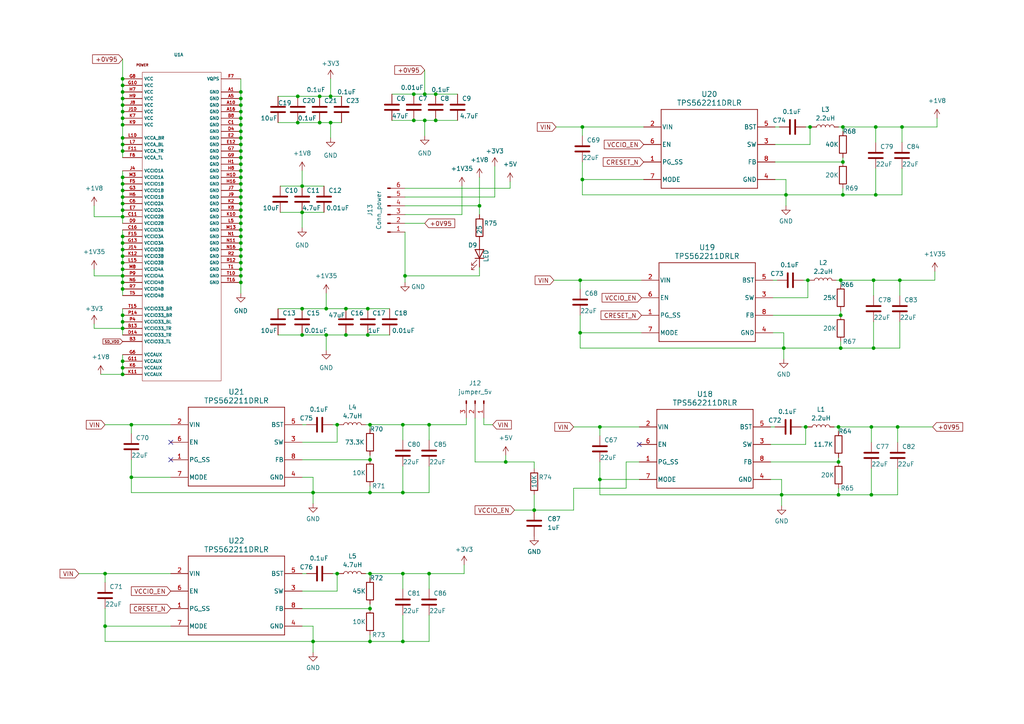
<source format=kicad_sch>
(kicad_sch (version 20231120) (generator "eeschema") (generator_version "8.0")
  (paper "A4")
  (junction (at 69.85 40.005))
  (junction (at 69.85 78.105))
  (junction (at 35.56 32.385))
  (junction (at 30.48 181.61))
  (junction (at 154.94 147.955))
  (junction (at 35.56 26.67))
  (junction (at 69.85 55.245))
  (junction (at 35.56 55.245))
  (junction (at 69.85 64.77))
  (junction (at 234.315 81.28))
  (junction (at 69.85 70.485))
  (junction (at 38.1 138.43))
  (junction (at 94.615 97.155))
  (junction (at 168.275 96.52))
  (junction (at 95.885 27.94))
  (junction (at 38.1 123.19))
  (junction (at 69.85 51.435))
  (junction (at 69.85 30.48))
  (junction (at 95.885 35.56))
  (junction (at 35.56 76.2))
  (junction (at 35.56 53.34))
  (junction (at 35.56 24.765))
  (junction (at 227.33 100.965))
  (junction (at 243.205 133.985))
  (junction (at 116.84 142.875))
  (junction (at 35.56 93.345))
  (junction (at 123.19 34.925))
  (junction (at 35.56 68.58))
  (junction (at 243.205 143.51))
  (junction (at 69.85 38.1))
  (junction (at 227.965 56.515))
  (junction (at 234.95 36.83))
  (junction (at 243.84 81.28))
  (junction (at 35.56 83.82))
  (junction (at 35.56 43.815))
  (junction (at 117.475 80.01))
  (junction (at 69.85 34.29))
  (junction (at 35.56 36.195))
  (junction (at 69.85 41.91))
  (junction (at 35.56 57.15))
  (junction (at 243.84 91.44))
  (junction (at 100.33 89.535))
  (junction (at 260.35 123.825))
  (junction (at 87.63 89.535))
  (junction (at 107.315 166.37))
  (junction (at 254 56.515))
  (junction (at 107.315 123.19))
  (junction (at 116.84 166.37))
  (junction (at 146.685 133.985))
  (junction (at 244.475 46.99))
  (junction (at 69.85 62.865))
  (junction (at 69.85 66.675))
  (junction (at 97.79 166.37))
  (junction (at 100.33 97.155))
  (junction (at 35.56 108.585))
  (junction (at 35.56 78.105))
  (junction (at 86.36 35.56))
  (junction (at 69.85 68.58))
  (junction (at 35.56 30.48))
  (junction (at 173.99 139.065))
  (junction (at 35.56 59.055))
  (junction (at 69.85 32.385))
  (junction (at 35.56 70.485))
  (junction (at 226.695 143.51))
  (junction (at 69.85 49.53))
  (junction (at 69.85 76.2))
  (junction (at 243.84 100.965))
  (junction (at 69.85 53.34))
  (junction (at 139.065 59.69))
  (junction (at 35.56 72.39))
  (junction (at 253.365 81.28))
  (junction (at 106.68 97.155))
  (junction (at 120.015 34.925))
  (junction (at 168.91 52.07))
  (junction (at 97.79 123.19))
  (junction (at 168.275 81.28))
  (junction (at 35.56 80.01))
  (junction (at 116.84 123.19))
  (junction (at 35.56 51.435))
  (junction (at 69.85 45.72))
  (junction (at 69.85 26.67))
  (junction (at 107.315 133.35))
  (junction (at 69.85 60.96))
  (junction (at 261.62 36.83))
  (junction (at 35.56 60.96))
  (junction (at 86.36 27.94))
  (junction (at 92.71 27.94))
  (junction (at 69.85 80.01))
  (junction (at 168.91 36.83))
  (junction (at 107.315 186.055))
  (junction (at 69.85 59.055))
  (junction (at 244.475 56.515))
  (junction (at 107.315 142.875))
  (junction (at 69.85 81.915))
  (junction (at 87.63 53.975))
  (junction (at 107.315 176.53))
  (junction (at 35.56 62.865))
  (junction (at 252.73 123.825))
  (junction (at 233.68 123.825))
  (junction (at 243.205 123.825))
  (junction (at 35.56 74.295))
  (junction (at 173.99 123.825))
  (junction (at 35.56 41.91))
  (junction (at 90.805 186.055))
  (junction (at 35.56 40.005))
  (junction (at 92.71 35.56))
  (junction (at 94.615 89.535))
  (junction (at 244.475 36.83))
  (junction (at 123.19 27.305))
  (junction (at 87.63 97.155))
  (junction (at 87.63 61.595))
  (junction (at 69.85 72.39))
  (junction (at 69.85 47.625))
  (junction (at 126.365 34.925))
  (junction (at 124.46 166.37))
  (junction (at 116.84 186.055))
  (junction (at 69.85 74.295))
  (junction (at 120.015 27.305))
  (junction (at 35.56 34.29))
  (junction (at 35.56 95.25))
  (junction (at 254 36.83))
  (junction (at 35.56 81.915))
  (junction (at 90.805 142.875))
  (junction (at 69.85 28.575))
  (junction (at 35.56 22.86))
  (junction (at 260.985 81.28))
  (junction (at 35.56 106.68))
  (junction (at 106.68 89.535))
  (junction (at 69.85 36.195))
  (junction (at 69.85 57.15))
  (junction (at 35.56 91.44))
  (junction (at 126.365 27.305))
  (junction (at 30.48 166.37))
  (junction (at 35.56 104.775))
  (junction (at 252.73 143.51))
  (junction (at 124.46 123.19))
  (junction (at 253.365 100.965))
  (junction (at 35.56 28.575))
  (junction (at 69.85 43.815))
  (no_connect (at 185.42 128.905))
  (no_connect (at 49.53 133.35))
  (no_connect (at 49.53 128.27))
  (wire (pts (xy 106.68 97.155) (xy 113.03 97.155)))
  (wire (pts (xy 30.48 166.37) (xy 49.53 166.37)))
  (wire (pts (xy 35.56 62.865) (xy 35.56 64.77)))
  (wire (pts (xy 223.52 123.825) (xy 224.79 123.825)))
  (wire (pts (xy 69.85 49.53) (xy 69.85 51.435)))
  (wire (pts (xy 69.85 40.005) (xy 69.85 41.91)))
  (wire (pts (xy 116.84 135.255) (xy 116.84 142.875)))
  (wire (pts (xy 168.275 96.52) (xy 186.055 96.52)))
  (wire (pts (xy 38.1 142.875) (xy 90.805 142.875)))
  (wire (pts (xy 134.62 166.37) (xy 134.62 163.83)))
  (wire (pts (xy 35.56 72.39) (xy 35.56 74.295)))
  (wire (pts (xy 35.56 59.055) (xy 35.56 60.96)))
  (wire (pts (xy 147.955 52.705) (xy 147.955 54.61)))
  (wire (pts (xy 181.61 141.605) (xy 166.37 141.605)))
  (wire (pts (xy 168.91 52.07) (xy 186.69 52.07)))
  (wire (pts (xy 116.84 186.055) (xy 107.315 186.055)))
  (wire (pts (xy 116.84 178.435) (xy 116.84 186.055)))
  (wire (pts (xy 35.56 49.53) (xy 35.56 51.435)))
  (wire (pts (xy 116.84 123.19) (xy 124.46 123.19)))
  (wire (pts (xy 126.365 27.305) (xy 132.715 27.305)))
  (wire (pts (xy 271.78 36.83) (xy 271.78 34.29)))
  (wire (pts (xy 69.85 59.055) (xy 69.85 60.96)))
  (wire (pts (xy 80.645 27.94) (xy 86.36 27.94)))
  (wire (pts (xy 69.85 66.675) (xy 69.85 68.58)))
  (wire (pts (xy 30.48 181.61) (xy 49.53 181.61)))
  (wire (pts (xy 168.275 91.44) (xy 168.275 96.52)))
  (wire (pts (xy 124.46 135.255) (xy 124.46 142.875)))
  (wire (pts (xy 69.85 51.435) (xy 69.85 53.34)))
  (wire (pts (xy 260.985 81.28) (xy 271.145 81.28)))
  (wire (pts (xy 243.84 81.28) (xy 243.84 82.55)))
  (wire (pts (xy 95.885 35.56) (xy 99.06 35.56)))
  (wire (pts (xy 35.56 104.775) (xy 35.56 106.68)))
  (wire (pts (xy 35.56 55.245) (xy 35.56 57.15)))
  (wire (pts (xy 227.965 52.07) (xy 227.965 56.515)))
  (wire (pts (xy 168.91 36.83) (xy 186.69 36.83)))
  (wire (pts (xy 80.645 89.535) (xy 87.63 89.535)))
  (wire (pts (xy 234.95 41.91) (xy 234.95 36.83)))
  (wire (pts (xy 124.46 178.435) (xy 124.46 186.055)))
  (wire (pts (xy 224.79 46.99) (xy 244.475 46.99)))
  (wire (pts (xy 35.56 30.48) (xy 35.56 32.385)))
  (wire (pts (xy 124.46 123.19) (xy 124.46 127.635)))
  (wire (pts (xy 233.68 36.83) (xy 234.95 36.83)))
  (wire (pts (xy 252.73 123.825) (xy 252.73 128.27)))
  (wire (pts (xy 30.48 168.91) (xy 30.48 166.37)))
  (wire (pts (xy 117.475 54.61) (xy 147.955 54.61)))
  (wire (pts (xy 137.795 121.285) (xy 137.795 133.985)))
  (wire (pts (xy 35.56 91.44) (xy 35.56 93.345)))
  (wire (pts (xy 87.63 61.595) (xy 93.98 61.595)))
  (wire (pts (xy 69.85 53.34) (xy 69.85 55.245)))
  (wire (pts (xy 126.365 34.925) (xy 132.715 34.925)))
  (wire (pts (xy 223.52 133.985) (xy 243.205 133.985)))
  (wire (pts (xy 38.1 133.35) (xy 38.1 138.43)))
  (wire (pts (xy 35.56 89.535) (xy 35.56 91.44)))
  (wire (pts (xy 261.62 56.515) (xy 254 56.515)))
  (wire (pts (xy 254 56.515) (xy 244.475 56.515)))
  (wire (pts (xy 253.365 100.965) (xy 243.84 100.965)))
  (wire (pts (xy 124.46 166.37) (xy 134.62 166.37)))
  (wire (pts (xy 168.91 56.515) (xy 227.965 56.515)))
  (wire (pts (xy 224.79 36.83) (xy 226.06 36.83)))
  (wire (pts (xy 161.29 36.83) (xy 168.91 36.83)))
  (wire (pts (xy 35.56 74.295) (xy 35.56 76.2)))
  (wire (pts (xy 260.985 100.965) (xy 253.365 100.965)))
  (wire (pts (xy 252.73 143.51) (xy 243.205 143.51)))
  (wire (pts (xy 35.56 32.385) (xy 35.56 34.29)))
  (wire (pts (xy 90.805 181.61) (xy 90.805 186.055)))
  (wire (pts (xy 140.335 123.19) (xy 140.335 121.285)))
  (wire (pts (xy 143.51 48.26) (xy 143.51 57.15)))
  (wire (pts (xy 241.935 123.825) (xy 243.205 123.825)))
  (wire (pts (xy 69.85 38.1) (xy 69.85 40.005)))
  (wire (pts (xy 243.84 99.06) (xy 243.84 100.965)))
  (wire (pts (xy 117.475 80.01) (xy 117.475 81.915)))
  (wire (pts (xy 168.91 52.07) (xy 168.91 56.515)))
  (wire (pts (xy 69.85 78.105) (xy 69.85 80.01)))
  (wire (pts (xy 35.56 83.82) (xy 35.56 85.725)))
  (wire (pts (xy 35.56 60.96) (xy 35.56 62.865)))
  (wire (pts (xy 35.56 36.195) (xy 35.56 40.005)))
  (wire (pts (xy 38.1 123.19) (xy 49.53 123.19)))
  (wire (pts (xy 185.42 133.985) (xy 181.61 133.985)))
  (wire (pts (xy 243.205 123.825) (xy 252.73 123.825)))
  (wire (pts (xy 35.56 26.67) (xy 35.56 28.575)))
  (wire (pts (xy 166.37 141.605) (xy 166.37 147.955)))
  (wire (pts (xy 69.85 41.91) (xy 69.85 43.815)))
  (wire (pts (xy 117.475 67.31) (xy 117.475 80.01)))
  (wire (pts (xy 133.985 53.975) (xy 133.985 62.23)))
  (wire (pts (xy 106.045 166.37) (xy 107.315 166.37)))
  (wire (pts (xy 123.19 20.32) (xy 123.19 27.305)))
  (wire (pts (xy 81.28 53.975) (xy 87.63 53.975)))
  (wire (pts (xy 30.48 176.53) (xy 30.48 181.61)))
  (wire (pts (xy 226.695 143.51) (xy 226.695 146.685)))
  (wire (pts (xy 254 36.83) (xy 254 41.275)))
  (wire (pts (xy 95.885 35.56) (xy 95.885 40.005)))
  (wire (pts (xy 244.475 45.72) (xy 244.475 46.99)))
  (wire (pts (xy 69.85 55.245) (xy 69.85 57.15)))
  (wire (pts (xy 35.56 70.485) (xy 35.56 72.39)))
  (wire (pts (xy 107.315 186.055) (xy 90.805 186.055)))
  (wire (pts (xy 260.35 123.825) (xy 270.51 123.825)))
  (wire (pts (xy 142.875 123.19) (xy 140.335 123.19)))
  (wire (pts (xy 38.1 138.43) (xy 38.1 142.875)))
  (wire (pts (xy 116.84 166.37) (xy 116.84 170.815)))
  (wire (pts (xy 116.84 142.875) (xy 107.315 142.875)))
  (wire (pts (xy 243.205 36.83) (xy 244.475 36.83)))
  (wire (pts (xy 107.315 175.26) (xy 107.315 176.53)))
  (wire (pts (xy 27.305 80.01) (xy 35.56 80.01)))
  (wire (pts (xy 38.1 125.73) (xy 38.1 123.19)))
  (wire (pts (xy 124.46 186.055) (xy 116.84 186.055)))
  (wire (pts (xy 107.315 123.19) (xy 107.315 124.46)))
  (wire (pts (xy 69.85 70.485) (xy 69.85 72.39)))
  (wire (pts (xy 87.63 166.37) (xy 88.9 166.37)))
  (wire (pts (xy 223.52 139.065) (xy 226.695 139.065)))
  (wire (pts (xy 173.99 126.365) (xy 173.99 123.825)))
  (wire (pts (xy 30.48 181.61) (xy 30.48 186.055)))
  (wire (pts (xy 137.795 133.985) (xy 146.685 133.985)))
  (wire (pts (xy 234.315 81.28) (xy 234.95 81.28)))
  (wire (pts (xy 80.645 35.56) (xy 86.36 35.56)))
  (wire (pts (xy 27.305 95.25) (xy 35.56 95.25)))
  (wire (pts (xy 260.985 93.345) (xy 260.985 100.965)))
  (wire (pts (xy 87.63 49.53) (xy 87.63 53.975)))
  (wire (pts (xy 94.615 97.155) (xy 100.33 97.155)))
  (wire (pts (xy 146.685 133.985) (xy 146.685 132.08)))
  (wire (pts (xy 69.85 57.15) (xy 69.85 59.055)))
  (wire (pts (xy 226.695 139.065) (xy 226.695 143.51)))
  (wire (pts (xy 135.255 123.19) (xy 135.255 121.285)))
  (wire (pts (xy 69.85 43.815) (xy 69.85 45.72)))
  (wire (pts (xy 97.79 123.19) (xy 98.425 123.19)))
  (wire (pts (xy 123.19 34.925) (xy 123.19 39.37)))
  (wire (pts (xy 224.79 52.07) (xy 227.965 52.07)))
  (wire (pts (xy 35.56 28.575) (xy 35.56 30.48)))
  (wire (pts (xy 69.85 62.865) (xy 69.85 64.77)))
  (wire (pts (xy 87.63 123.19) (xy 88.9 123.19)))
  (wire (pts (xy 69.85 32.385) (xy 69.85 34.29)))
  (wire (pts (xy 261.62 36.83) (xy 271.78 36.83)))
  (wire (pts (xy 69.85 26.67) (xy 69.85 28.575)))
  (wire (pts (xy 69.85 36.195) (xy 69.85 38.1)))
  (wire (pts (xy 232.41 123.825) (xy 233.68 123.825)))
  (wire (pts (xy 35.56 106.68) (xy 35.56 108.585)))
  (wire (pts (xy 234.95 36.83) (xy 235.585 36.83)))
  (wire (pts (xy 244.475 36.83) (xy 244.475 38.1)))
  (wire (pts (xy 94.615 85.09) (xy 94.615 89.535)))
  (wire (pts (xy 154.94 133.985) (xy 146.685 133.985)))
  (wire (pts (xy 69.85 64.77) (xy 69.85 66.675)))
  (wire (pts (xy 117.475 59.69) (xy 139.065 59.69)))
  (wire (pts (xy 243.205 132.715) (xy 243.205 133.985)))
  (wire (pts (xy 69.85 76.2) (xy 69.85 78.105)))
  (wire (pts (xy 69.85 22.86) (xy 69.85 26.67)))
  (wire (pts (xy 97.79 128.27) (xy 97.79 123.19)))
  (wire (pts (xy 243.84 90.17) (xy 243.84 91.44)))
  (wire (pts (xy 35.56 51.435) (xy 35.56 53.34)))
  (wire (pts (xy 35.56 93.345) (xy 35.56 95.25)))
  (wire (pts (xy 35.56 102.87) (xy 35.56 104.775)))
  (wire (pts (xy 97.79 166.37) (xy 98.425 166.37)))
  (wire (pts (xy 224.155 81.28) (xy 225.425 81.28)))
  (wire (pts (xy 166.37 147.955) (xy 154.94 147.955)))
  (wire (pts (xy 227.33 96.52) (xy 227.33 100.965)))
  (wire (pts (xy 35.56 76.2) (xy 35.56 78.105)))
  (wire (pts (xy 106.045 123.19) (xy 107.315 123.19)))
  (wire (pts (xy 168.275 83.82) (xy 168.275 81.28)))
  (wire (pts (xy 124.46 123.19) (xy 135.255 123.19)))
  (wire (pts (xy 120.015 27.305) (xy 123.19 27.305)))
  (wire (pts (xy 94.615 89.535) (xy 100.33 89.535)))
  (wire (pts (xy 243.205 123.825) (xy 243.205 125.095)))
  (wire (pts (xy 173.99 139.065) (xy 185.42 139.065)))
  (wire (pts (xy 260.35 135.89) (xy 260.35 143.51)))
  (wire (pts (xy 87.63 176.53) (xy 107.315 176.53)))
  (wire (pts (xy 260.985 81.28) (xy 260.985 85.725)))
  (wire (pts (xy 107.315 123.19) (xy 116.84 123.19)))
  (wire (pts (xy 271.145 81.28) (xy 271.145 78.74)))
  (wire (pts (xy 87.63 97.155) (xy 94.615 97.155)))
  (wire (pts (xy 27.305 78.105) (xy 27.305 80.01)))
  (wire (pts (xy 107.315 142.875) (xy 90.805 142.875)))
  (wire (pts (xy 154.94 135.89) (xy 154.94 133.985)))
  (wire (pts (xy 166.37 123.825) (xy 173.99 123.825)))
  (wire (pts (xy 224.155 86.36) (xy 234.315 86.36)))
  (wire (pts (xy 92.71 27.94) (xy 95.885 27.94)))
  (wire (pts (xy 87.63 61.595) (xy 87.63 66.04)))
  (wire (pts (xy 90.805 186.055) (xy 90.805 189.23)))
  (wire (pts (xy 94.615 97.155) (xy 94.615 101.6)))
  (wire (pts (xy 117.475 57.15) (xy 143.51 57.15)))
  (wire (pts (xy 90.805 142.875) (xy 90.805 146.05)))
  (wire (pts (xy 260.35 143.51) (xy 252.73 143.51)))
  (wire (pts (xy 69.85 60.96) (xy 69.85 62.865)))
  (wire (pts (xy 69.85 81.915) (xy 69.85 85.09)))
  (wire (pts (xy 38.1 138.43) (xy 49.53 138.43)))
  (wire (pts (xy 124.46 142.875) (xy 116.84 142.875)))
  (wire (pts (xy 35.56 78.105) (xy 35.56 80.01)))
  (wire (pts (xy 86.36 35.56) (xy 92.71 35.56)))
  (wire (pts (xy 106.68 89.535) (xy 113.03 89.535)))
  (wire (pts (xy 35.56 81.915) (xy 35.56 83.82)))
  (wire (pts (xy 96.52 123.19) (xy 97.79 123.19)))
  (wire (pts (xy 35.56 53.34) (xy 35.56 55.245)))
  (wire (pts (xy 30.48 123.19) (xy 38.1 123.19)))
  (wire (pts (xy 35.56 43.815) (xy 35.56 45.72)))
  (wire (pts (xy 107.315 184.15) (xy 107.315 186.055)))
  (wire (pts (xy 35.56 80.01) (xy 35.56 81.915)))
  (wire (pts (xy 92.71 35.56) (xy 95.885 35.56)))
  (wire (pts (xy 27.305 59.69) (xy 27.305 62.865)))
  (wire (pts (xy 96.52 166.37) (xy 97.79 166.37)))
  (wire (pts (xy 100.33 89.535) (xy 106.68 89.535)))
  (wire (pts (xy 69.85 28.575) (xy 69.85 30.48)))
  (wire (pts (xy 254 36.83) (xy 261.62 36.83)))
  (wire (pts (xy 35.56 108.585) (xy 29.21 108.585)))
  (wire (pts (xy 253.365 81.28) (xy 260.985 81.28)))
  (wire (pts (xy 123.19 27.305) (xy 126.365 27.305)))
  (wire (pts (xy 69.85 45.72) (xy 69.85 47.625)))
  (wire (pts (xy 244.475 36.83) (xy 254 36.83)))
  (wire (pts (xy 224.155 91.44) (xy 243.84 91.44)))
  (wire (pts (xy 168.91 39.37) (xy 168.91 36.83)))
  (wire (pts (xy 35.56 40.005) (xy 35.56 41.91)))
  (wire (pts (xy 254 48.895) (xy 254 56.515)))
  (wire (pts (xy 261.62 48.895) (xy 261.62 56.515)))
  (wire (pts (xy 124.46 166.37) (xy 124.46 170.815)))
  (wire (pts (xy 87.63 171.45) (xy 97.79 171.45)))
  (wire (pts (xy 35.56 66.675) (xy 35.56 68.58)))
  (wire (pts (xy 160.655 81.28) (xy 168.275 81.28)))
  (wire (pts (xy 87.63 138.43) (xy 90.805 138.43)))
  (wire (pts (xy 69.85 80.01) (xy 69.85 81.915)))
  (wire (pts (xy 224.155 96.52) (xy 227.33 96.52)))
  (wire (pts (xy 69.85 47.625) (xy 69.85 49.53)))
  (wire (pts (xy 69.85 72.39) (xy 69.85 74.295)))
  (wire (pts (xy 35.56 24.765) (xy 35.56 26.67)))
  (wire (pts (xy 139.065 77.47) (xy 139.065 80.01)))
  (wire (pts (xy 22.86 166.37) (xy 30.48 166.37)))
  (wire (pts (xy 168.275 96.52) (xy 168.275 100.965)))
  (wire (pts (xy 87.63 133.35) (xy 107.315 133.35)))
  (wire (pts (xy 233.045 81.28) (xy 234.315 81.28)))
  (wire (pts (xy 87.63 181.61) (xy 90.805 181.61)))
  (wire (pts (xy 181.61 133.985) (xy 181.61 141.605)))
  (wire (pts (xy 173.99 139.065) (xy 173.99 143.51)))
  (wire (pts (xy 35.56 95.25) (xy 35.56 97.155)))
  (wire (pts (xy 35.56 34.29) (xy 35.56 36.195)))
  (wire (pts (xy 116.84 166.37) (xy 124.46 166.37)))
  (wire (pts (xy 234.315 86.36) (xy 234.315 81.28)))
  (wire (pts (xy 27.305 93.98) (xy 27.305 95.25)))
  (wire (pts (xy 107.315 166.37) (xy 116.84 166.37)))
  (wire (pts (xy 173.99 143.51) (xy 226.695 143.51)))
  (wire (pts (xy 87.63 89.535) (xy 94.615 89.535)))
  (wire (pts (xy 253.365 93.345) (xy 253.365 100.965)))
  (wire (pts (xy 173.99 133.985) (xy 173.99 139.065)))
  (wire (pts (xy 139.065 51.435) (xy 139.065 59.69)))
  (wire (pts (xy 97.79 171.45) (xy 97.79 166.37)))
  (wire (pts (xy 107.315 166.37) (xy 107.315 167.64)))
  (wire (pts (xy 253.365 81.28) (xy 253.365 85.725)))
  (wire (pts (xy 87.63 53.975) (xy 93.98 53.975)))
  (wire (pts (xy 227.33 100.965) (xy 227.33 104.14)))
  (wire (pts (xy 242.57 81.28) (xy 243.84 81.28)))
  (wire (pts (xy 69.85 30.48) (xy 69.85 32.385)))
  (wire (pts (xy 223.52 128.905) (xy 233.68 128.905)))
  (wire (pts (xy 139.065 80.01) (xy 117.475 80.01)))
  (wire (pts (xy 233.68 128.905) (xy 233.68 123.825)))
  (wire (pts (xy 139.065 59.69) (xy 139.065 62.23)))
  (wire (pts (xy 80.645 97.155) (xy 87.63 97.155)))
  (wire (pts (xy 224.79 41.91) (xy 234.95 41.91)))
  (wire (pts (xy 149.225 147.955) (xy 154.94 147.955)))
  (wire (pts (xy 100.33 97.155) (xy 106.68 97.155)))
  (wire (pts (xy 27.305 62.865) (xy 35.56 62.865)))
  (wire (pts (xy 113.665 34.925) (xy 120.015 34.925)))
  (wire (pts (xy 243.205 141.605) (xy 243.205 143.51)))
  (wire (pts (xy 168.91 46.99) (xy 168.91 52.07)))
  (wire (pts (xy 243.205 143.51) (xy 226.695 143.51)))
  (wire (pts (xy 261.62 36.83) (xy 261.62 41.275)))
  (wire (pts (xy 95.885 22.86) (xy 95.885 27.94)))
  (wire (pts (xy 123.19 34.925) (xy 126.365 34.925)))
  (wire (pts (xy 243.84 81.28) (xy 253.365 81.28)))
  (wire (pts (xy 227.965 56.515) (xy 227.965 59.69)))
  (wire (pts (xy 116.84 123.19) (xy 116.84 127.635)))
  (wire (pts (xy 107.315 132.08) (xy 107.315 133.35)))
  (wire (pts (xy 69.85 68.58) (xy 69.85 70.485)))
  (wire (pts (xy 244.475 56.515) (xy 227.965 56.515)))
  (wire (pts (xy 243.84 100.965) (xy 227.33 100.965)))
  (wire (pts (xy 120.015 34.925) (xy 123.19 34.925)))
  (wire (pts (xy 69.85 74.295) (xy 69.85 76.2)))
  (wire (pts (xy 173.99 123.825) (xy 185.42 123.825)))
  (wire (pts (xy 35.56 22.86) (xy 35.56 24.765)))
  (wire (pts (xy 154.94 143.51) (xy 154.94 147.955)))
  (wire (pts (xy 168.275 81.28) (xy 186.055 81.28)))
  (wire (pts (xy 35.56 17.145) (xy 35.56 22.86)))
  (wire (pts (xy 35.56 68.58) (xy 35.56 70.485)))
  (wire (pts (xy 86.36 27.94) (xy 92.71 27.94)))
  (wire (pts (xy 87.63 128.27) (xy 97.79 128.27)))
  (wire (pts (xy 117.475 64.77) (xy 123.19 64.77)))
  (wire (pts (xy 260.35 123.825) (xy 260.35 128.27)))
  (wire (pts (xy 30.48 186.055) (xy 90.805 186.055)))
  (wire (pts (xy 90.805 138.43) (xy 90.805 142.875)))
  (wire (pts (xy 107.315 140.97) (xy 107.315 142.875)))
  (wire (pts (xy 81.28 61.595) (xy 87.63 61.595)))
  (wire (pts (xy 244.475 54.61) (xy 244.475 56.515)))
  (wire (pts (xy 117.475 62.23) (xy 133.985 62.23)))
  (wire (pts (xy 233.68 123.825) (xy 234.315 123.825)))
  (wire (pts (xy 252.73 123.825) (xy 260.35 123.825)))
  (wire (pts (xy 113.665 27.305) (xy 120.015 27.305)))
  (wire (pts (xy 252.73 135.89) (xy 252.73 143.51)))
  (wire (pts (xy 69.85 34.29) (xy 69.85 36.195)))
  (wire (pts (xy 95.885 27.94) (xy 99.06 27.94)))
  (wire (pts (xy 168.275 100.965) (xy 227.33 100.965)))
  (wire (pts (xy 35.56 57.15) (xy 35.56 59.055)))
  (wire (pts (xy 35.56 41.91) (xy 35.56 43.815)))
  (global_label "VCCIO_EN" (shape input) (at 49.53 171.45 180) (property "Intersheetrefs" "${INTERSHEET_REFS}" (effects (hide yes))))
  (global_label "+0V95" (shape input) (at 123.19 64.77 0) (property "Intersheetrefs" "${INTERSHEET_REFS}" (effects (hide yes))))
  (global_label "VIN" (shape input) (at 142.875 123.19 0) (property "Intersheetrefs" "${INTERSHEET_REFS}" (effects (hide yes))))
  (global_label "SD_VDD" (shape input) (at 35.56 99.06 180) (effects (font (size 0.762 0.762))) (property "Intersheetrefs" "${INTERSHEET_REFS}" (effects (hide yes))))
  (global_label "VIN" (shape input) (at 22.86 166.37 180) (property "Intersheetrefs" "${INTERSHEET_REFS}" (effects (hide yes))))
  (global_label "+0V95" (shape input) (at 123.19 20.32 180) (property "Intersheetrefs" "${INTERSHEET_REFS}" (effects (hide yes))))
  (global_label "CRESET_N" (shape input) (at 49.53 176.53 180) (property "Intersheetrefs" "${INTERSHEET_REFS}" (effects (hide yes))))
  (global_label "VIN" (shape input) (at 160.655 81.28 180) (property "Intersheetrefs" "${INTERSHEET_REFS}" (effects (hide yes))))
  (global_label "VCCIO_EN" (shape input) (at 186.055 86.36 180) (property "Intersheetrefs" "${INTERSHEET_REFS}" (effects (hide yes))))
  (global_label "VCCIO_EN" (shape input) (at 149.225 147.955 180) (property "Intersheetrefs" "${INTERSHEET_REFS}" (effects (hide yes))))
  (global_label "CRESET_N" (shape input) (at 186.69 46.99 180) (property "Intersheetrefs" "${INTERSHEET_REFS}" (effects (hide yes))))
  (global_label "VIN" (shape input) (at 166.37 123.825 180) (property "Intersheetrefs" "${INTERSHEET_REFS}" (effects (hide yes))))
  (global_label "VIN" (shape input) (at 161.29 36.83 180) (property "Intersheetrefs" "${INTERSHEET_REFS}" (effects (hide yes))))
  (global_label "+0V95" (shape input) (at 270.51 123.825 0) (property "Intersheetrefs" "${INTERSHEET_REFS}" (effects (hide yes))))
  (global_label "+0V95" (shape input) (at 35.56 17.145 180) (property "Intersheetrefs" "${INTERSHEET_REFS}" (effects (hide yes))))
  (global_label "VCCIO_EN" (shape input) (at 186.69 41.91 180) (property "Intersheetrefs" "${INTERSHEET_REFS}" (effects (hide yes))))
  (global_label "VIN" (shape input) (at 30.48 123.19 180) (property "Intersheetrefs" "${INTERSHEET_REFS}" (effects (hide yes))))
  (global_label "CRESET_N" (shape input) (at 186.055 91.44 180) (property "Intersheetrefs" "${INTERSHEET_REFS}" (effects (hide yes))))
  (symbol (lib_id "power:+3V3") (at 143.51 48.26 0) (unit 1)
    (property "Reference" "#PWR0111" (effects (hide yes)))
    (property "Value" "+3V3" (at 143.51 43.815 0))
    (property "Description" "Power symbol creates a global label with name \"+3V3\"" (effects (hide yes)))
  )
  (symbol (lib_id "Device:C") (at 132.715 31.115 0) (unit 1)
    (property "Reference" "C9" (at 133.985 28.575 0) (effects (justify left)))
    (property "Value" "4.7uF" (at 133.35 33.655 0) (effects (justify left)))
    (property "Footprint" "Capacitor_SMD:C_0603_1608Metric" (effects (hide yes)))
    (property "Description" "Unpolarized capacitor" (effects (hide yes)))
  )
  (symbol (lib_id "Device:L") (at 238.76 81.28 90) (unit 1)
    (property "Reference" "L2" (at 238.76 76.2 90))
    (property "Value" "2.2uH" (at 238.76 78.74 90))
    (property "Footprint" "Inductor_SMD:L_0603_1608Metric" (effects (hide yes)))
  )
  (symbol (lib_id "Device:C") (at 229.87 36.83 90) (unit 1)
    (property "Reference" "C74" (at 227.965 34.925 90) (effects (justify left)))
    (property "Value" "0.1uF" (at 232.41 32.385 90) (effects (justify left)))
    (property "Footprint" "Capacitor_SMD:C_0603_1608Metric" (effects (hide yes)))
  )
  (symbol (lib_id "Device:C") (at 154.94 151.765 0) (unit 1)
    (property "Reference" "C87" (at 158.75 150.4949 0) (effects (justify left)))
    (property "Value" "1uF" (at 158.75 153.0349 0) (effects (justify left)))
    (property "Footprint" "Capacitor_SMD:C_0603_1608Metric" (effects (hide yes)))
    (property "Description" "Unpolarized capacitor" (effects (hide yes)))
  )
  (symbol (lib_id "power:GND") (at 154.94 155.575 0) (unit 1)
    (property "Reference" "#PWR0107" (effects (hide yes)))
    (property "Value" "GND" (at 154.94 160.02 0))
    (property "Description" "Power symbol creates a global label with name \"GND\" , ground" (effects (hide yes)))
  )
  (symbol (lib_id "Device:R") (at 243.205 137.795 180) (unit 1)
    (property "Reference" "R65" (at 245.745 141.605 0))
    (property "Value" "20K" (at 240.03 137.795 0))
    (property "Footprint" "Resistor_SMD:R_0603_1608Metric" (effects (hide yes)))
    (property "Description" "Resistor" (effects (hide yes)))
  )
  (symbol (lib_id "power:GND") (at 117.475 81.915 0) (unit 1)
    (property "Reference" "#PWR0108" (effects (hide yes)))
    (property "Value" "GND" (at 121.285 83.185 0))
    (property "Description" "Power symbol creates a global label with name \"GND\" , ground" (effects (hide yes)))
  )
  (symbol (lib_id "Device:C") (at 260.985 89.535 0) (unit 1)
    (property "Reference" "C83" (at 262.255 86.995 0) (effects (justify left)))
    (property "Value" "22uF" (at 260.985 92.075 0) (effects (justify left)))
    (property "Footprint" "Capacitor_SMD:C_0805_2012Metric" (effects (hide yes)))
    (property "Description" "Unpolarized capacitor" (effects (hide yes)))
  )
  (symbol (lib_id "Device:C") (at 120.015 31.115 0) (unit 1)
    (property "Reference" "C7" (at 121.285 28.575 0) (effects (justify left)))
    (property "Value" "0.01uF" (at 116.205 25.4 0) (effects (justify left)))
    (property "Footprint" "Capacitor_SMD:C_0603_1608Metric" (effects (hide yes)))
    (property "Description" "Unpolarized capacitor" (effects (hide yes)))
  )
  (symbol (lib_id "Device:C") (at 116.84 131.445 0) (unit 1)
    (property "Reference" "C80" (at 118.11 128.905 0) (effects (justify left)))
    (property "Value" "22uF" (at 116.84 133.985 0) (effects (justify left)))
    (property "Footprint" "Capacitor_SMD:C_0805_2012Metric" (effects (hide yes)))
    (property "Description" "Unpolarized capacitor" (effects (hide yes)))
  )
  (symbol (lib_id "Device:C") (at 228.6 123.825 90) (unit 1)
    (property "Reference" "C72" (at 226.695 121.92 90) (effects (justify left)))
    (property "Value" "0.1uF" (at 231.14 119.38 90) (effects (justify left)))
    (property "Footprint" "Capacitor_SMD:C_0603_1608Metric" (effects (hide yes)))
  )
  (symbol (lib_id "Device:C") (at 38.1 129.54 0) (unit 1)
    (property "Reference" "C70" (at 39.37 127 0) (effects (justify left)))
    (property "Value" "22uF" (at 38.1 132.08 0) (effects (justify left)))
    (property "Footprint" "Capacitor_SMD:C_0805_2012Metric" (effects (hide yes)))
    (property "Description" "Unpolarized capacitor" (effects (hide yes)))
  )
  (symbol (lib_id "power:+1V8") (at 29.21 108.585 0) (unit 1)
    (property "Reference" "#PWR010" (effects (hide yes)))
    (property "Value" "+1V8" (at 29.21 103.505 0))
    (property "Description" "Power symbol creates a global label with name \"+1V8\"" (effects (hide yes)))
  )
  (symbol (lib_id "Device:R") (at 107.315 128.27 180) (unit 1)
    (property "Reference" "R70" (at 109.22 124.46 0))
    (property "Value" "73.3K" (at 102.87 128.27 0))
    (property "Footprint" "Resistor_SMD:R_0603_1608Metric" (effects (hide yes)))
    (property "Description" "Resistor" (effects (hide yes)))
  )
  (symbol (lib_id "Device:C") (at 168.275 87.63 0) (unit 1)
    (property "Reference" "C68" (at 169.545 85.09 0) (effects (justify left)))
    (property "Value" "22uF" (at 168.275 90.17 0) (effects (justify left)))
    (property "Footprint" "Capacitor_SMD:C_0805_2012Metric" (effects (hide yes)))
    (property "Description" "Unpolarized capacitor" (effects (hide yes)))
  )
  (symbol (lib_id "Device:C") (at 252.73 132.08 0) (unit 1)
    (property "Reference" "C77" (at 254 129.54 0) (effects (justify left)))
    (property "Value" "22uF" (at 252.73 134.62 0) (effects (justify left)))
    (property "Footprint" "Capacitor_SMD:C_0805_2012Metric" (effects (hide yes)))
    (property "Description" "Unpolarized capacitor" (effects (hide yes)))
  )
  (symbol (lib_id "Device:C") (at 254 45.085 0) (unit 1)
    (property "Reference" "C79" (at 255.27 42.545 0) (effects (justify left)))
    (property "Value" "22uF" (at 254 47.625 0) (effects (justify left)))
    (property "Footprint" "Capacitor_SMD:C_0805_2012Metric" (effects (hide yes)))
    (property "Description" "Unpolarized capacitor" (effects (hide yes)))
  )
  (symbol (lib_id "power:GND") (at 226.695 146.685 0) (unit 1)
    (property "Reference" "#PWR035" (effects (hide yes)))
    (property "Value" "GND" (at 226.695 151.13 0))
    (property "Description" "Power symbol creates a global label with name \"GND\" , ground" (effects (hide yes)))
  )
  (symbol (lib_id "power:+3V3") (at 95.885 22.86 0) (unit 1)
    (property "Reference" "#PWR045" (effects (hide yes)))
    (property "Value" "+3V3" (at 95.885 18.415 0))
    (property "Description" "Power symbol creates a global label with name \"+3V3\"" (effects (hide yes)))
  )
  (symbol (lib_id "power:GND") (at 87.63 66.04 0) (unit 1)
    (property "Reference" "#PWR042" (effects (hide yes)))
    (property "Value" "GND" (at 87.63 71.12 0))
    (property "Description" "Power symbol creates a global label with name \"GND\" , ground" (effects (hide yes)))
  )
  (symbol (lib_id "power:+1V35") (at 271.145 78.74 0) (unit 1)
    (property "Reference" "#PWR0103" (effects (hide yes)))
    (property "Value" "+1V35" (at 271.145 73.66 0))
    (property "Description" "Power symbol creates a global label with name \"+1V35\"" (effects (hide yes)))
  )
  (symbol (lib_id "Device:C") (at 87.63 93.345 0) (unit 1)
    (property "Reference" "C15" (at 88.9 90.805 0) (effects (justify left)))
    (property "Value" "0.01uF" (at 88.265 95.885 0) (effects (justify left)))
    (property "Footprint" "Capacitor_SMD:C_0603_1608Metric" (effects (hide yes)))
    (property "Description" "Unpolarized capacitor" (effects (hide yes)))
  )
  (symbol (lib_id "endeavour2:TPS562211DRLR") (at 49.53 166.37 0) (unit 1)
    (property "Reference" "U22" (at 68.58 156.845 0) (effects (font (size 1.524 1.524))))
    (property "Value" "TPS562211DRLR" (at 68.58 159.385 0) (effects (font (size 1.524 1.524))))
    (property "Footprint" "endeavour2:DRL0008A-MFG" (effects (hide yes)))
    (property "Datasheet" "TPS562211DRLR" (effects (hide yes)))
  )
  (symbol (lib_id "Device:L") (at 238.125 123.825 90) (unit 1)
    (property "Reference" "L1" (at 238.125 118.745 90))
    (property "Value" "2.2uH" (at 238.125 121.285 90))
    (property "Footprint" "Inductor_SMD:L_0603_1608Metric" (effects (hide yes)))
  )
  (symbol (lib_id "Device:C") (at 81.28 57.785 0) (unit 1)
    (property "Reference" "C10" (at 82.55 55.245 0) (effects (justify left)))
    (property "Value" "10uF" (at 76.2 60.325 0) (effects (justify left)))
    (property "Footprint" "Capacitor_SMD:C_0603_1608Metric" (effects (hide yes)))
    (property "Description" "Unpolarized capacitor" (effects (hide yes)))
  )
  (symbol (lib_id "Device:R") (at 139.065 66.04 0) (unit 1)
    (property "Reference" "R75" (at 140.335 64.77 0) (effects (justify left)))
    (property "Value" "25" (at 139.065 67.945 90) (effects (justify left)))
    (property "Footprint" "Resistor_SMD:R_0603_1608Metric" (effects (hide yes)))
    (property "Description" "Resistor" (effects (hide yes)))
  )
  (symbol (lib_id "Device:L") (at 102.235 123.19 90) (unit 1)
    (property "Reference" "L4" (at 102.235 118.11 90))
    (property "Value" "4.7uH" (at 102.235 120.65 90))
    (property "Footprint" "Inductor_SMD:L_0603_1608Metric" (effects (hide yes)))
  )
  (symbol (lib_id "Device:C") (at 113.03 93.345 0) (unit 1)
    (property "Reference" "C18" (at 114.3 90.805 0) (effects (justify left)))
    (property "Value" "0.01uF" (at 113.665 95.885 0) (effects (justify left)))
    (property "Footprint" "Capacitor_SMD:C_0603_1608Metric" (effects (hide yes)))
    (property "Description" "Unpolarized capacitor" (effects (hide yes)))
  )
  (symbol (lib_id "Device:C") (at 113.665 31.115 0) (unit 1)
    (property "Reference" "C6" (at 114.935 28.575 0) (effects (justify left)))
    (property "Value" "47uF" (at 113.665 33.655 0) (effects (justify left)))
    (property "Footprint" "Capacitor_SMD:C_0603_1608Metric" (effects (hide yes)))
    (property "Description" "Unpolarized capacitor" (effects (hide yes)))
  )
  (symbol (lib_id "power:+1V35") (at 133.985 53.975 0) (unit 1)
    (property "Reference" "#PWR0109" (effects (hide yes)))
    (property "Value" "+1V35" (at 133.985 48.895 0))
    (property "Description" "Power symbol creates a global label with name \"+1V35\"" (effects (hide yes)))
  )
  (symbol (lib_id "power:+1V8") (at 87.63 49.53 0) (unit 1)
    (property "Reference" "#PWR041" (effects (hide yes)))
    (property "Value" "+1V8" (at 87.63 44.45 0))
    (property "Description" "Power symbol creates a global label with name \"+1V8\"" (effects (hide yes)))
  )
  (symbol (lib_id "endeavour2:TPS562211DRLR") (at 186.69 36.83 0) (unit 1)
    (property "Reference" "U20" (at 205.74 27.305 0) (effects (font (size 1.524 1.524))))
    (property "Value" "TPS562211DRLR" (at 205.74 29.845 0) (effects (font (size 1.524 1.524))))
    (property "Footprint" "endeavour2:DRL0008A-MFG" (effects (hide yes)))
    (property "Datasheet" "TPS562211DRLR" (effects (hide yes)))
  )
  (symbol (lib_id "power:GND") (at 227.965 59.69 0) (unit 1)
    (property "Reference" "#PWR0100" (effects (hide yes)))
    (property "Value" "GND" (at 227.965 64.135 0))
    (property "Description" "Power symbol creates a global label with name \"GND\" , ground" (effects (hide yes)))
  )
  (symbol (lib_id "power:+1V8") (at 271.78 34.29 0) (unit 1)
    (property "Reference" "#PWR0104" (effects (hide yes)))
    (property "Value" "+1V8" (at 271.78 29.21 0))
    (property "Description" "Power symbol creates a global label with name \"+1V8\"" (effects (hide yes)))
  )
  (symbol (lib_id "power:+5V") (at 147.955 52.705 0) (unit 1)
    (property "Reference" "#PWR0112" (effects (hide yes)))
    (property "Value" "+5V" (at 147.955 47.625 0))
  )
  (symbol (lib_id "Device:R") (at 244.475 41.91 180) (unit 1)
    (property "Reference" "R68" (at 246.38 38.1 0))
    (property "Value" "40K" (at 241.3 41.91 0))
    (property "Footprint" "Resistor_SMD:R_0603_1608Metric" (effects (hide yes)))
    (property "Description" "Resistor" (effects (hide yes)))
  )
  (symbol (lib_id "Connector:Conn_01x03_Pin") (at 137.795 116.205 270) (unit 1)
    (property "Reference" "J12" (at 137.795 111.125 90))
    (property "Value" "jumper_5v" (at 137.795 113.665 90))
    (property "Footprint" "Connector_PinHeader_2.54mm:PinHeader_1x03_P2.54mm_Vertical" (effects (hide yes)))
    (property "Description" "Generic connector, single row, 01x03, script generated" (effects (hide yes)))
  )
  (symbol (lib_id "Device:C") (at 92.71 123.19 90) (unit 1)
    (property "Reference" "C75" (at 90.805 121.285 90) (effects (justify left)))
    (property "Value" "0.1uF" (at 95.25 118.745 90) (effects (justify left)))
    (property "Footprint" "Capacitor_SMD:C_0603_1608Metric" (effects (hide yes)))
  )
  (symbol (lib_id "power:GND") (at 69.85 85.09 0) (unit 1)
    (property "Reference" "#PWR011" (effects (hide yes)))
    (property "Value" "GND" (at 69.85 90.17 0))
    (property "Description" "Power symbol creates a global label with name \"GND\" , ground" (effects (hide yes)))
  )
  (symbol (lib_id "Device:R") (at 154.94 139.7 0) (unit 1)
    (property "Reference" "R74" (at 156.21 138.43 0) (effects (justify left)))
    (property "Value" "10K" (at 154.94 141.605 90) (effects (justify left)))
    (property "Footprint" "Resistor_SMD:R_0603_1608Metric" (effects (hide yes)))
    (property "Description" "Resistor" (effects (hide yes)))
  )
  (symbol (lib_id "endeavour2:TPS562211DRLR") (at 186.055 81.28 0) (unit 1)
    (property "Reference" "U19" (at 205.105 71.755 0) (effects (font (size 1.524 1.524))))
    (property "Value" "TPS562211DRLR" (at 205.105 74.295 0) (effects (font (size 1.524 1.524))))
    (property "Footprint" "endeavour2:DRL0008A-MFG" (effects (hide yes)))
    (property "Datasheet" "TPS562211DRLR" (effects (hide yes)))
  )
  (symbol (lib_id "power:+3V3") (at 27.305 93.98 0) (unit 1)
    (property "Reference" "#PWR05" (effects (hide yes)))
    (property "Value" "+3V3" (at 27.305 89.535 0))
    (property "Description" "Power symbol creates a global label with name \"+3V3\"" (effects (hide yes)))
  )
  (symbol (lib_id "endeavour2:Ti60F256") (at 41.275 20.955 0) (unit 1)
    (property "Reference" "U1" (at 51.8268 15.875 0) (effects (font (size 0.889 0.889))))
    (property "Value" "Ti60F256" (effects (hide yes)))
    (property "Footprint" "Package_BGA:BGA-256_14.0x14.0mm_Layout16x16_P0.8mm_Ball0.45mm_Pad0.32mm_NSMD" (effects (hide yes)))
    (property "SPLIT_INST" "TRUE" (effects (hide yes)))
    (property "SWAP_INFO" "(S1+S2+S3+S4+S5+S6+S7+S8+S9+S10+S11+S12+S13)" (effects (hide yes)))
  )
  (symbol (lib_id "endeavour2:TPS562211DRLR") (at 49.53 123.19 0) (unit 1)
    (property "Reference" "U21" (at 68.58 113.665 0) (effects (font (size 1.524 1.524))))
    (property "Value" "TPS562211DRLR" (at 68.58 116.205 0) (effects (font (size 1.524 1.524))))
    (property "Footprint" "endeavour2:DRL0008A-MFG" (effects (hide yes)))
    (property "Datasheet" "TPS562211DRLR" (effects (hide yes)))
  )
  (symbol (lib_id "Device:R") (at 107.315 180.34 180) (unit 1)
    (property "Reference" "R73" (at 109.855 184.15 0))
    (property "Value" "10K" (at 104.14 180.34 0))
    (property "Footprint" "Resistor_SMD:R_0603_1608Metric" (effects (hide yes)))
    (property "Description" "Resistor" (effects (hide yes)))
  )
  (symbol (lib_id "power:+1V35") (at 27.305 78.105 0) (unit 1)
    (property "Reference" "#PWR04" (effects (hide yes)))
    (property "Value" "+1V35" (at 27.305 73.025 0))
    (property "Description" "Power symbol creates a global label with name \"+1V35\"" (effects (hide yes)))
  )
  (symbol (lib_id "power:+1V35") (at 94.615 85.09 0) (unit 1)
    (property "Reference" "#PWR043" (effects (hide yes)))
    (property "Value" "+1V35" (at 94.615 80.01 0))
    (property "Description" "Power symbol creates a global label with name \"+1V35\"" (effects (hide yes)))
  )
  (symbol (lib_id "Device:C") (at 168.91 43.18 0) (unit 1)
    (property "Reference" "C69" (at 170.18 40.64 0) (effects (justify left)))
    (property "Value" "22uF" (at 168.91 45.72 0) (effects (justify left)))
    (property "Footprint" "Capacitor_SMD:C_0805_2012Metric" (effects (hide yes)))
    (property "Description" "Unpolarized capacitor" (effects (hide yes)))
  )
  (symbol (lib_id "power:GND") (at 227.33 104.14 0) (unit 1)
    (property "Reference" "#PWR099" (effects (hide yes)))
    (property "Value" "GND" (at 227.33 108.585 0))
    (property "Description" "Power symbol creates a global label with name \"GND\" , ground" (effects (hide yes)))
  )
  (symbol (lib_id "Device:R") (at 243.205 128.905 180) (unit 1)
    (property "Reference" "R64" (at 245.11 125.095 0))
    (property "Value" "11.7K" (at 238.76 128.905 0))
    (property "Footprint" "Resistor_SMD:R_0603_1608Metric" (effects (hide yes)))
    (property "Description" "Resistor" (effects (hide yes)))
  )
  (symbol (lib_id "Device:C") (at 80.645 93.345 0) (unit 1)
    (property "Reference" "C13" (at 81.915 90.805 0) (effects (justify left)))
    (property "Value" "10uF" (at 75.565 95.885 0) (effects (justify left)))
    (property "Footprint" "Capacitor_SMD:C_0603_1608Metric" (effects (hide yes)))
    (property "Description" "Unpolarized capacitor" (effects (hide yes)))
  )
  (symbol (lib_id "Device:C") (at 30.48 172.72 0) (unit 1)
    (property "Reference" "C71" (at 31.75 170.18 0) (effects (justify left)))
    (property "Value" "22uF" (at 30.48 175.26 0) (effects (justify left)))
    (property "Footprint" "Capacitor_SMD:C_0805_2012Metric" (effects (hide yes)))
    (property "Description" "Unpolarized capacitor" (effects (hide yes)))
  )
  (symbol (lib_id "power:+1V8") (at 27.305 59.69 0) (unit 1)
    (property "Reference" "#PWR03" (effects (hide yes)))
    (property "Value" "+1V8" (at 27.305 54.61 0))
    (property "Description" "Power symbol creates a global label with name \"+1V8\"" (effects (hide yes)))
  )
  (symbol (lib_id "Device:R") (at 243.84 95.25 180) (unit 1)
    (property "Reference" "R67" (at 246.38 99.06 0))
    (property "Value" "20K" (at 240.665 95.25 0))
    (property "Footprint" "Resistor_SMD:R_0603_1608Metric" (effects (hide yes)))
    (property "Description" "Resistor" (effects (hide yes)))
  )
  (symbol (lib_id "Device:C") (at 106.68 93.345 0) (unit 1)
    (property "Reference" "C17" (at 107.95 90.805 0) (effects (justify left)))
    (property "Value" "1uF" (at 106.68 95.885 0) (effects (justify left)))
    (property "Footprint" "Capacitor_SMD:C_0603_1608Metric" (effects (hide yes)))
    (property "Description" "Unpolarized capacitor" (effects (hide yes)))
  )
  (symbol (lib_id "power:+5V") (at 146.685 132.08 0) (unit 1)
    (property "Reference" "#PWR0106" (effects (hide yes)))
    (property "Value" "+5V" (at 146.685 127 0))
  )
  (symbol (lib_id "Device:R") (at 244.475 50.8 180) (unit 1)
    (property "Reference" "R69" (at 247.015 54.61 0))
    (property "Value" "20K" (at 241.3 50.8 0))
    (property "Footprint" "Resistor_SMD:R_0603_1608Metric" (effects (hide yes)))
    (property "Description" "Resistor" (effects (hide yes)))
  )
  (symbol (lib_id "Device:C") (at 173.99 130.175 0) (unit 1)
    (property "Reference" "C67" (at 175.26 127.635 0) (effects (justify left)))
    (property "Value" "22uF" (at 173.99 132.715 0) (effects (justify left)))
    (property "Footprint" "Capacitor_SMD:C_0805_2012Metric" (effects (hide yes)))
    (property "Description" "Unpolarized capacitor" (effects (hide yes)))
  )
  (symbol (lib_id "Device:C") (at 124.46 174.625 0) (unit 1)
    (property "Reference" "C86" (at 125.73 172.085 0) (effects (justify left)))
    (property "Value" "22uF" (at 124.46 177.165 0) (effects (justify left)))
    (property "Footprint" "Capacitor_SMD:C_0805_2012Metric" (effects (hide yes)))
    (property "Description" "Unpolarized capacitor" (effects (hide yes)))
  )
  (symbol (lib_id "Device:C") (at 260.35 132.08 0) (unit 1)
    (property "Reference" "C82" (at 261.62 129.54 0) (effects (justify left)))
    (property "Value" "22uF" (at 260.35 134.62 0) (effects (justify left)))
    (property "Footprint" "Capacitor_SMD:C_0805_2012Metric" (effects (hide yes)))
    (property "Description" "Unpolarized capacitor" (effects (hide yes)))
  )
  (symbol (lib_id "Device:C") (at 92.71 31.75 0) (unit 1)
    (property "Reference" "C21" (at 93.98 29.21 0) (effects (justify left)))
    (property "Value" "0.1uF" (at 88.9 26.035 0) (effects (justify left)))
    (property "Footprint" "Capacitor_SMD:C_0603_1608Metric" (effects (hide yes)))
    (property "Description" "Unpolarized capacitor" (effects (hide yes)))
  )
  (symbol (lib_id "Device:C") (at 92.71 166.37 90) (unit 1)
    (property "Reference" "C76" (at 90.805 164.465 90) (effects (justify left)))
    (property "Value" "0.1uF" (at 95.25 161.925 90) (effects (justify left)))
    (property "Footprint" "Capacitor_SMD:C_0603_1608Metric" (effects (hide yes)))
  )
  (symbol (lib_id "Device:R") (at 107.315 171.45 180) (unit 1)
    (property "Reference" "R72" (at 109.22 167.64 0))
    (property "Value" "45K" (at 104.14 171.45 0))
    (property "Footprint" "Resistor_SMD:R_0603_1608Metric" (effects (hide yes)))
    (property "Description" "Resistor" (effects (hide yes)))
  )
  (symbol (lib_id "Device:L") (at 239.395 36.83 90) (unit 1)
    (property "Reference" "L3" (at 239.395 31.75 90))
    (property "Value" "2.2uH" (at 239.395 34.29 90))
    (property "Footprint" "Inductor_SMD:L_0603_1608Metric" (effects (hide yes)))
  )
  (symbol (lib_id "Device:C") (at 99.06 31.75 0) (unit 1)
    (property "Reference" "C23" (at 100.33 29.21 0) (effects (justify left)))
    (property "Value" "0.1uF" (at 97.79 26.67 0) (effects (justify left)))
    (property "Footprint" "Capacitor_SMD:C_0603_1608Metric" (effects (hide yes)))
    (property "Description" "Unpolarized capacitor" (effects (hide yes)))
  )
  (symbol (lib_id "power:GND") (at 95.885 40.005 0) (unit 1)
    (property "Reference" "#PWR046" (effects (hide yes)))
    (property "Value" "GND" (at 95.885 45.085 0))
    (property "Description" "Power symbol creates a global label with name \"GND\" , ground" (effects (hide yes)))
  )
  (symbol (lib_id "power:GND") (at 90.805 189.23 0) (unit 1)
    (property "Reference" "#PWR0102" (effects (hide yes)))
    (property "Value" "GND" (at 90.805 193.675 0))
    (property "Description" "Power symbol creates a global label with name \"GND\" , ground" (effects (hide yes)))
  )
  (symbol (lib_id "power:GND") (at 90.805 146.05 0) (unit 1)
    (property "Reference" "#PWR0101" (effects (hide yes)))
    (property "Value" "GND" (at 90.805 150.495 0))
    (property "Description" "Power symbol creates a global label with name \"GND\" , ground" (effects (hide yes)))
  )
  (symbol (lib_id "power:GND") (at 94.615 101.6 0) (unit 1)
    (property "Reference" "#PWR044" (effects (hide yes)))
    (property "Value" "GND" (at 94.615 106.68 0))
    (property "Description" "Power symbol creates a global label with name \"GND\" , ground" (effects (hide yes)))
  )
  (symbol (lib_id "endeavour2:TPS562211DRLR") (at 185.42 123.825 0) (unit 1)
    (property "Reference" "U18" (at 204.47 114.3 0) (effects (font (size 1.524 1.524))))
    (property "Value" "TPS562211DRLR" (at 204.47 116.84 0) (effects (font (size 1.524 1.524))))
    (property "Footprint" "endeavour2:DRL0008A-MFG" (effects (hide yes)))
    (property "Datasheet" "TPS562211DRLR" (effects (hide yes)))
  )
  (symbol (lib_id "Device:C") (at 261.62 45.085 0) (unit 1)
    (property "Reference" "C84" (at 262.89 42.545 0) (effects (justify left)))
    (property "Value" "22uF" (at 261.62 47.625 0) (effects (justify left)))
    (property "Footprint" "Capacitor_SMD:C_0805_2012Metric" (effects (hide yes)))
    (property "Description" "Unpolarized capacitor" (effects (hide yes)))
  )
  (symbol (lib_id "Device:LED") (at 139.065 73.66 270) (mirror x) (unit 1)
    (property "Reference" "D9" (at 138.43 71.12 90) (effects (justify right)))
    (property "Value" "LED" (at 140.97 72.39 0) (effects (justify right)))
    (property "Footprint" "LED_SMD:LED_0603_1608Metric" (effects (hide yes)))
    (property "Description" "Light emitting diode" (effects (hide yes)))
  )
  (symbol (lib_id "Device:C") (at 116.84 174.625 0) (unit 1)
    (property "Reference" "C81" (at 118.11 172.085 0) (effects (justify left)))
    (property "Value" "22uF" (at 116.84 177.165 0) (effects (justify left)))
    (property "Footprint" "Capacitor_SMD:C_0805_2012Metric" (effects (hide yes)))
    (property "Description" "Unpolarized capacitor" (effects (hide yes)))
  )
  (symbol (lib_id "Device:C") (at 229.235 81.28 90) (unit 1)
    (property "Reference" "C73" (at 227.33 79.375 90) (effects (justify left)))
    (property "Value" "0.1uF" (at 231.775 76.835 90) (effects (justify left)))
    (property "Footprint" "Capacitor_SMD:C_0603_1608Metric" (effects (hide yes)))
  )
  (symbol (lib_id "Device:R") (at 107.315 137.16 180) (unit 1)
    (property "Reference" "R71" (at 109.855 140.97 0))
    (property "Value" "10K" (at 104.14 137.16 0))
    (property "Footprint" "Resistor_SMD:R_0603_1608Metric" (effects (hide yes)))
    (property "Description" "Resistor" (effects (hide yes)))
  )
  (symbol (lib_id "Device:R") (at 243.84 86.36 180) (unit 1)
    (property "Reference" "R66" (at 245.745 82.55 0))
    (property "Value" "25K" (at 240.665 86.36 0))
    (property "Footprint" "Resistor_SMD:R_0603_1608Metric" (effects (hide yes)))
    (property "Description" "Resistor" (effects (hide yes)))
  )
  (symbol (lib_id "Device:C") (at 124.46 131.445 0) (unit 1)
    (property "Reference" "C85" (at 125.73 128.905 0) (effects (justify left)))
    (property "Value" "22uF" (at 124.46 133.985 0) (effects (justify left)))
    (property "Footprint" "Capacitor_SMD:C_0805_2012Metric" (effects (hide yes)))
    (property "Description" "Unpolarized capacitor" (effects (hide yes)))
  )
  (symbol (lib_id "Connector:Conn_01x06_Pin") (at 112.395 62.23 0) (mirror x) (unit 1)
    (property "Reference" "J13" (at 107.315 60.96 90))
    (property "Value" "Conn_power" (at 109.855 60.96 90))
    (property "Footprint" "Connector_PinHeader_2.54mm:PinHeader_1x06_P2.54mm_Vertical" (effects (hide yes)))
    (property "Description" "Generic connector, single row, 01x06, script generated" (effects (hide yes)))
  )
  (symbol (lib_id "Device:C") (at 93.98 57.785 0) (unit 1)
    (property "Reference" "C12" (at 95.25 55.245 0) (effects (justify left)))
    (property "Value" "0.01uF" (at 94.615 60.325 0) (effects (justify left)))
    (property "Footprint" "Capacitor_SMD:C_0603_1608Metric" (effects (hide yes)))
    (property "Description" "Unpolarized capacitor" (effects (hide yes)))
  )
  (symbol (lib_id "Device:L") (at 102.235 166.37 90) (unit 1)
    (property "Reference" "L5" (at 102.235 161.29 90))
    (property "Value" "4.7uH" (at 102.235 163.83 90))
    (property "Footprint" "Inductor_SMD:L_0603_1608Metric" (effects (hide yes)))
  )
  (symbol (lib_id "Device:C") (at 87.63 57.785 0) (unit 1)
    (property "Reference" "C11" (at 88.9 55.245 0) (effects (justify left)))
    (property "Value" "4.7uF" (at 87.63 60.325 0) (effects (justify left)))
    (property "Footprint" "Capacitor_SMD:C_0603_1608Metric" (effects (hide yes)))
    (property "Description" "Unpolarized capacitor" (effects (hide yes)))
  )
  (symbol (lib_id "power:GND") (at 123.19 39.37 0) (unit 1)
    (property "Reference" "#PWR040" (effects (hide yes)))
    (property "Value" "GND" (at 123.19 44.45 0))
    (property "Description" "Power symbol creates a global label with name \"GND\" , ground" (effects (hide yes)))
  )
  (symbol (lib_id "Device:C") (at 126.365 31.115 0) (unit 1)
    (property "Reference" "C8" (at 127.635 28.575 0) (effects (justify left)))
    (property "Value" "0.1uF" (at 125.095 26.035 0) (effects (justify left)))
    (property "Footprint" "Capacitor_SMD:C_0603_1608Metric" (effects (hide yes)))
    (property "Description" "Unpolarized capacitor" (effects (hide yes)))
  )
  (symbol (lib_id "Device:C") (at 86.36 31.75 0) (unit 1)
    (property "Reference" "C20" (at 87.63 29.21 0) (effects (justify left)))
    (property "Value" "0.1uF" (at 86.36 34.29 0) (effects (justify left)))
    (property "Footprint" "Capacitor_SMD:C_0603_1608Metric" (effects (hide yes)))
    (property "Description" "Unpolarized capacitor" (effects (hide yes)))
  )
  (symbol (lib_id "power:+3V3") (at 134.62 163.83 0) (unit 1)
    (property "Reference" "#PWR0105" (effects (hide yes)))
    (property "Value" "+3V3" (at 134.62 159.385 0))
    (property "Description" "Power symbol creates a global label with name \"+3V3\"" (effects (hide yes)))
  )
  (symbol (lib_id "Device:C") (at 80.645 31.75 0) (unit 1)
    (property "Reference" "C19" (at 80.645 29.845 0) (effects (justify left)))
    (property "Value" "10uF" (at 75.565 34.29 0) (effects (justify left)))
    (property "Footprint" "Capacitor_SMD:C_0603_1608Metric" (effects (hide yes)))
    (property "Description" "Unpolarized capacitor" (effects (hide yes)))
  )
  (symbol (lib_id "power:+1V8") (at 139.065 51.435 0) (unit 1)
    (property "Reference" "#PWR0110" (effects (hide yes)))
    (property "Value" "+1V8" (at 139.065 46.355 0))
    (property "Description" "Power symbol creates a global label with name \"+1V8\"" (effects (hide yes)))
  )
  (symbol (lib_id "Device:C") (at 100.33 93.345 0) (unit 1)
    (property "Reference" "C16" (at 101.6 90.805 0) (effects (justify left)))
    (property "Value" "47uF" (at 95.25 91.44 0) (effects (justify left)))
    (property "Footprint" "Capacitor_SMD:C_0603_1608Metric" (effects (hide yes)))
    (property "Description" "Unpolarized capacitor" (effects (hide yes)))
  )
  (symbol (lib_id "Device:C") (at 253.365 89.535 0) (unit 1)
    (property "Reference" "C78" (at 254.635 86.995 0) (effects (justify left)))
    (property "Value" "22uF" (at 253.365 92.075 0) (effects (justify left)))
    (property "Footprint" "Capacitor_SMD:C_0805_2012Metric" (effects (hide yes)))
    (property "Description" "Unpolarized capacitor" (effects (hide yes)))
  )
)
</source>
